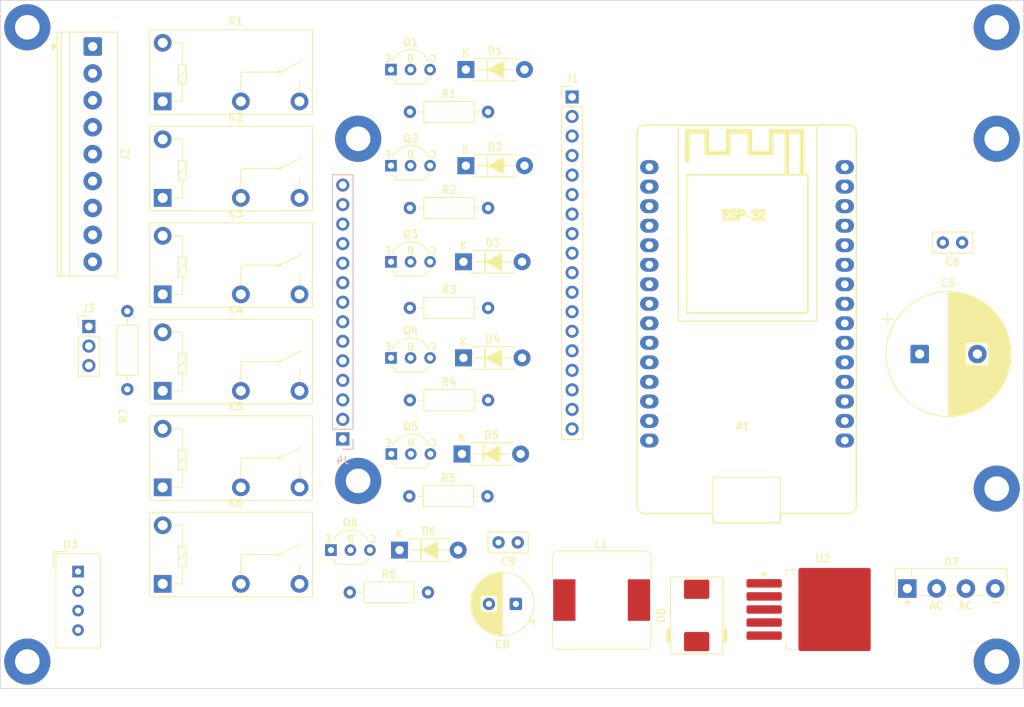
<source format=kicad_pcb>
(kicad_pcb (version 20241229) (generator "pcbnew") (generator_version "9.0")
  (layers (0 "F.Cu" signal) (2 "B.Cu" signal) (13 "F.Paste" user) (15 "B.Paste" user) (5 "F.SilkS" user "F.Silkscreen") (7 "B.SilkS" user "B.Silkscreen") (1 "F.Mask" user) (3 "B.Mask" user) (25 "Edge.Cuts" user))
  (net 0 "")
  (net 2 "CS_15")
  (net 4 "D32")
  (net 5 "GND")
  (net 8 "+5V")
  (net 10 "3.3V")
  (net 13 "SCK_18")
  (net 14 "D13")
  (net 15 "MOSI_23")
  (net 16 "D12")
  (net 20 "T_CS_4")
  (net 21 "DHT11_22")
  (net 22 "D25")
  (net 24 "EN")
  (net 25 "D14")
  (net 26 "D26")
  (net 27 "D27")
  (net 28 "MISO_19")
  (net 30 "Net-(D7-+)")
  (net 31 "Net-(D1-A)")
  (net 32 "Net-(D2-A)")
  (net 33 "Net-(D3-A)")
  (net 34 "Net-(D4-A)")
  (net 35 "Net-(D5-A)")
  (net 36 "Net-(D6-A)")
  (net 37 "VAC-R")
  (net 38 "VAC-C")
  (net 39 "Net-(D8-K)")
  (net 41 "W2")
  (net 42 "W")
  (net 43 "PUMP")
  (net 44 "Y")
  (net 45 "G")
  (net 46 "Y2")
  (net 48 "Net-(Q1-B)")
  (net 49 "Net-(Q2-B)")
  (net 50 "Net-(Q3-B)")
  (net 51 "Net-(Q4-B)")
  (net 52 "Net-(Q5-B)")
  (net 53 "Net-(Q6-B)")
  (net 54 "DC_2")
  (footprint "PCM_SL_Mechanical:MountingHole_3.2mm_Pad" (layer "F.Cu") (at 151 114)
    (property "Reference" "H3" (hide yes))
    (property "Value" "MountingHole_M3_3.2mm_Pad" (hide yes))
    (pad "1" thru_hole circle (at 0 0) (size 6 6) (drill 3.2) (layers "*.Cu" "*.Mask"))
  )
  (footprint "Relay_THT:Relay_SPST_Omron-G5Q-1A" (layer "F.Cu") (at 42.6 41.14)
    (property "Reference" "K1" (at 9.5 -10.5 180) (layer "F.SilkS"))
    (property "Value" "G5Q-1A")
    (pad "1" thru_hole rect (at 0 0 180) (size 2.3 2.3) (drill 1.3) (layers "*.Cu" "*.Mask") (net 31 "Net-(D1-A)"))
    (pad "2" thru_hole circle (at 10.16 0 180) (size 2.3 2.3) (drill 1.3) (layers "*.Cu" "*.Mask") (net 38 "VAC-C"))
    (pad "3" thru_hole circle (at 17.78 0 180) (size 2.3 2.3) (drill 1.3) (layers "*.Cu" "*.Mask") (net 45 "G"))
    (pad "5" thru_hole circle (at 0 -7.62 180) (size 2.3 2.3) (drill 1.3) (layers "*.Cu" "*.Mask") (net 8 "+5V"))
  )
  (footprint "Sensor:Aosong_DHT11_5.5x12.0_P2.54mm" (layer "F.Cu") (at 31.5975 102.2875)
    (property "Reference" "U3" (at -1 -3.5 0) (layer "F.SilkS"))
    (property "Value" "DHT11")
    (pad "1" thru_hole rect (at 0 0) (size 1.5 1.5) (drill 0.8) (layers "*.Cu" "*.Mask") (net 8 "+5V"))
    (pad "2" thru_hole circle (at 0 2.54) (size 1.5 1.5) (drill 0.8) (layers "*.Cu" "*.Mask") (net 21 "DHT11_22"))
    (pad "3" thru_hole circle (at 0 5.08) (size 1.5 1.5) (drill 0.8) (layers "*.Cu" "*.Mask"))
    (pad "4" thru_hole circle (at 0 7.62) (size 1.5 1.5) (drill 0.8) (layers "*.Cu" "*.Mask") (net 5 "GND"))
  )
  (footprint "PCM_Package_TO_SOT_THT_AKL:TO-92_Inline_Wide_EBC" (layer "F.Cu") (at 72.27 62)
    (property "Reference" "Q3" (at 2.54 -3.56 0) (layer "F.SilkS"))
    (property "Value" "2N2222A-TO92" (hide yes))
    (fp_text user "E" (at -0.381 -1.524 180) (layer "F.SilkS") (effects (font (size 0.9 0.9))))
    (fp_text user "C" (at 5.461 -1.524 180) (layer "F.SilkS") (effects (font (size 0.9 0.9))))
    (fp_text user "B" (at 2.54 -1.524 180) (layer "F.SilkS") (effects (font (size 0.9 0.9))))
    (pad "1" thru_hole rect (at 0 0 90) (size 1.5 1.5) (drill 0.8) (layers "*.Cu" "*.Mask") (net 5 "GND"))
    (pad "2" thru_hole circle (at 2.54 0 90) (size 1.5 1.5) (drill 0.8) (layers "*.Cu" "*.Mask") (net 50 "Net-(Q3-B)"))
    (pad "3" thru_hole circle (at 5.08 0 90) (size 1.5 1.5) (drill 0.8) (layers "*.Cu" "*.Mask") (net 33 "Net-(D3-A)"))
  )
  (footprint "Relay_THT:Relay_SPST_Omron-G5Q-1A" (layer "F.Cu") (at 42.6 103.89)
    (property "Reference" "K6" (at 9.5 -10.5 180) (layer "F.SilkS"))
    (property "Value" "G5Q-1A")
    (pad "1" thru_hole rect (at 0 0 180) (size 2.3 2.3) (drill 1.3) (layers "*.Cu" "*.Mask") (net 36 "Net-(D6-A)"))
    (pad "2" thru_hole circle (at 10.16 0 180) (size 2.3 2.3) (drill 1.3) (layers "*.Cu" "*.Mask") (net 38 "VAC-C"))
    (pad "3" thru_hole circle (at 17.78 0 180) (size 2.3 2.3) (drill 1.3) (layers "*.Cu" "*.Mask") (net 43 "PUMP"))
    (pad "5" thru_hole circle (at 0 -7.62 180) (size 2.3 2.3) (drill 1.3) (layers "*.Cu" "*.Mask") (net 8 "+5V"))
  )
  (footprint "TerminalBlock_Phoenix:TerminalBlock_Phoenix_PT-1,5-9-3.5-H_1x09_P3.50mm_Horizontal" (layer "F.Cu") (at 33.5 34 -90)
    (property "Reference" "J2" (at 14 -4.22 90) (layer "F.SilkS"))
    (property "Value" "Screw_Terminal_9_P3.50mm")
    (pad "1" thru_hole roundrect (at 0 0 270) (size 2.4 2.4) (drill 1.2) (layers "*.Cu" "*.Mask") (roundrect_rratio 0.104167) (net 45 "G"))
    (pad "2" thru_hole circle (at 3.5 0 270) (size 2.4 2.4) (drill 1.2) (layers "*.Cu" "*.Mask") (net 42 "W"))
    (pad "3" thru_hole circle (at 7 0 270) (size 2.4 2.4) (drill 1.2) (layers "*.Cu" "*.Mask") (net 44 "Y"))
    (pad "4" thru_hole circle (at 10.5 0 270) (size 2.4 2.4) (drill 1.2) (layers "*.Cu" "*.Mask") (net 41 "W2"))
    (pad "5" thru_hole circle (at 14 0 270) (size 2.4 2.4) (drill 1.2) (layers "*.Cu" "*.Mask") (net 46 "Y2"))
    (pad "6" thru_hole circle (at 17.5 0 270) (size 2.4 2.4) (drill 1.2) (layers "*.Cu" "*.Mask") (net 43 "PUMP"))
    (pad "7" thru_hole circle (at 21 0 270) (size 2.4 2.4) (drill 1.2) (layers "*.Cu" "*.Mask"))
    (pad "8" thru_hole circle (at 24.5 0 270) (size 2.4 2.4) (drill 1.2) (layers "*.Cu" "*.Mask") (net 38 "VAC-C"))
    (pad "9" thru_hole circle (at 28 0 270) (size 2.4 2.4) (drill 1.2) (layers "*.Cu" "*.Mask") (net 37 "VAC-R"))
  )
  (footprint "PCM_SL_Mechanical:MountingHole_3.2mm_Pad" (layer "F.Cu") (at 151 46)
    (property "Reference" "H7" (hide yes))
    (property "Value" "MountingHole_M3_3.2mm_Pad" (hide yes))
    (pad "1" thru_hole circle (at 0 0) (size 6 6) (drill 3.2) (layers "*.Cu" "*.Mask"))
  )
  (footprint "PCM_Diode_THT_AKL:D_DO-41_SOD81_P7.62mm_Horizontal" (layer "F.Cu") (at 81.69 74.5)
    (property "Reference" "D4" (at 3.81 -2.47 0) (layer "F.SilkS"))
    (property "Value" "1N4007" (hide yes))
    (fp_text user "K" (at 0 -2.1 0) (layer "F.SilkS"))
    (pad "1" thru_hole rect (at 0 0) (size 2.2 2.2) (drill 1.1) (layers "*.Cu" "*.Mask") (net 8 "+5V"))
    (pad "2" thru_hole oval (at 7.62 0) (size 2.2 2.2) (drill 1.1) (layers "*.Cu" "*.Mask") (net 34 "Net-(D4-A)"))
  )
  (footprint "PCM_SL_Mechanical:MountingHole_3.2mm_Pad" (layer "F.Cu") (at 151 91.5)
    (property "Reference" "H8" (hide yes))
    (property "Value" "MountingHole_M3_3.2mm_Pad" (hide yes))
    (pad "1" thru_hole circle (at 0 0) (size 6 6) (drill 3.2) (layers "*.Cu" "*.Mask"))
  )
  (footprint "Connector_PinHeader_2.54mm:PinHeader_1x18_P2.54mm_Vertical" (layer "F.Cu") (at 95.81 40.56)
    (property "Reference" "J1" (at 0 -2.38 0) (layer "F.SilkS"))
    (property "Value" "PINHD_1x18_Male")
    (pad "1" thru_hole rect (at 0 0) (size 1.7 1.7) (drill 1) (layers "*.Cu" "*.Mask") (net 22 "D25"))
    (pad "2" thru_hole circle (at 0 2.54) (size 1.7 1.7) (drill 1) (layers "*.Cu" "*.Mask") (net 8 "+5V"))
    (pad "3" thru_hole circle (at 0 5.08) (size 1.7 1.7) (drill 1) (layers "*.Cu" "*.Mask") (net 5 "GND"))
    (pad "4" thru_hole circle (at 0 7.62) (size 1.7 1.7) (drill 1) (layers "*.Cu" "*.Mask") (net 14 "D13"))
    (pad "5" thru_hole circle (at 0 10.16) (size 1.7 1.7) (drill 1) (layers "*.Cu" "*.Mask") (net 8 "+5V"))
    (pad "6" thru_hole circle (at 0 12.7) (size 1.7 1.7) (drill 1) (layers "*.Cu" "*.Mask"))
    (pad "7" thru_hole circle (at 0 15.24) (size 1.7 1.7) (drill 1) (layers "*.Cu" "*.Mask") (net 25 "D14"))
    (pad "8" thru_hole circle (at 0 17.78) (size 1.7 1.7) (drill 1) (layers "*.Cu" "*.Mask") (net 8 "+5V"))
    (pad "9" thru_hole circle (at 0 20.32) (size 1.7 1.7) (drill 1) (layers "*.Cu" "*.Mask") (net 5 "GND"))
    (pad "10" thru_hole circle (at 0 22.86) (size 1.7 1.7) (drill 1) (layers "*.Cu" "*.Mask") (net 16 "D12"))
    (pad "11" thru_hole circle (at 0 25.4) (size 1.7 1.7) (drill 1) (layers "*.Cu" "*.Mask") (net 8 "+5V"))
    (pad "12" thru_hole circle (at 0 27.94) (size 1.7 1.7) (drill 1) (layers "*.Cu" "*.Mask") (net 5 "GND"))
    (pad "13" thru_hole circle (at 0 30.48) (size 1.7 1.7) (drill 1) (layers "*.Cu" "*.Mask") (net 26 "D26"))
    (pad "14" thru_hole circle (at 0 33.02) (size 1.7 1.7) (drill 1) (layers "*.Cu" "*.Mask") (net 8 "+5V"))
    (pad "15" thru_hole circle (at 0 35.56) (size 1.7 1.7) (drill 1) (layers "*.Cu" "*.Mask") (net 5 "GND"))
    (pad "16" thru_hole circle (at 0 38.1) (size 1.7 1.7) (drill 1) (layers "*.Cu" "*.Mask") (net 27 "D27"))
    (pad "17" thru_hole circle (at 0 40.64) (size 1.7 1.7) (drill 1) (layers "*.Cu" "*.Mask") (net 8 "+5V"))
    (pad "18" thru_hole circle (at 0 43.18) (size 1.7 1.7) (drill 1) (layers "*.Cu" "*.Mask") (net 5 "GND"))
  )
  (footprint "PCM_SL_Mechanical:MountingHole_3.2mm_Pad" (layer "F.Cu") (at 25 114)
    (property "Reference" "H2" (hide yes))
    (property "Value" "MountingHole_M3_3.2mm_Pad" (hide yes))
    (pad "1" thru_hole circle (at 0 0) (size 6 6) (drill 3.2) (layers "*.Cu" "*.Mask"))
  )
  (footprint "Capacitor_THT:C_Disc_D5.0mm_W2.5mm_P2.50mm" (layer "F.Cu") (at 146.5 59.5 180)
    (property "Reference" "C6" (at 1.25 -2.5 0) (layer "F.SilkS"))
    (property "Value" "100nF_Ceramic")
    (pad "1" thru_hole circle (at 0 0 180) (size 1.6 1.6) (drill 0.8) (layers "*.Cu" "*.Mask") (net 5 "GND"))
    (pad "2" thru_hole circle (at 2.5 0 180) (size 1.6 1.6) (drill 0.8) (layers "*.Cu" "*.Mask") (net 30 "Net-(D7-+)"))
  )
  (footprint "Resistor_THT:R_Axial_DIN0207_L6.3mm_D2.5mm_P10.16mm_Horizontal" (layer "F.Cu") (at 38 68.42 -90)
    (property "Reference" "R7" (at 13.58 0.5 90) (layer "F.SilkS"))
    (property "Value" "4.7k")
    (pad "1" thru_hole circle (at 0 0 270) (size 1.6 1.6) (drill 0.8) (layers "*.Cu" "*.Mask") (net 27 "D27"))
    (pad "2" thru_hole circle (at 10.16 0 270) (size 1.6 1.6) (drill 0.8) (layers "*.Cu" "*.Mask") (net 10 "3.3V"))
  )
  (footprint "PCM_Package_TO_SOT_THT_AKL:TO-92_Inline_Wide_EBC" (layer "F.Cu") (at 72.27 74.5)
    (property "Reference" "Q4" (at 2.54 -3.56 0) (layer "F.SilkS"))
    (property "Value" "2N2222A-TO92" (hide yes))
    (fp_text user "E" (at -0.381 -1.524 180) (layer "F.SilkS") (effects (font (size 0.9 0.9))))
    (fp_text user "B" (at 2.54 -1.524 180) (layer "F.SilkS") (effects (font (size 0.9 0.9))))
    (fp_text user "C" (at 5.461 -1.524 180) (layer "F.SilkS") (effects (font (size 0.9 0.9))))
    (pad "1" thru_hole rect (at 0 0 90) (size 1.5 1.5) (drill 0.8) (layers "*.Cu" "*.Mask") (net 5 "GND"))
    (pad "2" thru_hole circle (at 2.54 0 90) (size 1.5 1.5) (drill 0.8) (layers "*.Cu" "*.Mask") (net 51 "Net-(Q4-B)"))
    (pad "3" thru_hole circle (at 5.08 0 90) (size 1.5 1.5) (drill 0.8) (layers "*.Cu" "*.Mask") (net 34 "Net-(D4-A)"))
  )
  (footprint "PCM_Diode_THT_AKL:D_DO-41_SOD81_P7.62mm_Horizontal" (layer "F.Cu") (at 81.69 62)
    (property "Reference" "D3" (at 3.81 -2.47 0) (layer "F.SilkS"))
    (property "Value" "1N4007" (hide yes))
    (fp_text user "K" (at 0 -2.1 0) (layer "F.SilkS"))
    (pad "1" thru_hole rect (at 0 0) (size 2.2 2.2) (drill 1.1) (layers "*.Cu" "*.Mask") (net 8 "+5V"))
    (pad "2" thru_hole oval (at 7.62 0) (size 2.2 2.2) (drill 1.1) (layers "*.Cu" "*.Mask") (net 33 "Net-(D3-A)"))
  )
  (footprint "PCM_Diode_THT_AKL:D_DO-41_SOD81_P7.62mm_Horizontal" (layer "F.Cu") (at 82 49.5)
    (property "Reference" "D2" (at 3.81 -2.47 0) (layer "F.SilkS"))
    (property "Value" "1N4007" (hide yes))
    (fp_text user "K" (at 0 -2.1 0) (layer "F.SilkS"))
    (pad "1" thru_hole rect (at 0 0) (size 2.2 2.2) (drill 1.1) (layers "*.Cu" "*.Mask") (net 8 "+5V"))
    (pad "2" thru_hole oval (at 7.62 0) (size 2.2 2.2) (drill 1.1) (layers "*.Cu" "*.Mask") (net 32 "Net-(D2-A)"))
  )
  (footprint "PCM_Package_TO_SOT_THT_AKL:TO-92_Inline_Wide_EBC" (layer "F.Cu") (at 72.31 87)
    (property "Reference" "Q5" (at 2.54 -3.56 0) (layer "F.SilkS"))
    (property "Value" "2N2222A-TO92" (hide yes))
    (fp_text user "C" (at 5.461 -1.524 180) (layer "F.SilkS") (effects (font (size 0.9 0.9))))
    (fp_text user "E" (at -0.381 -1.524 180) (layer "F.SilkS") (effects (font (size 0.9 0.9))))
    (fp_text user "B" (at 2.54 -1.524 180) (layer "F.SilkS") (effects (font (size 0.9 0.9))))
    (pad "1" thru_hole rect (at 0 0 90) (size 1.5 1.5) (drill 0.8) (layers "*.Cu" "*.Mask") (net 5 "GND"))
    (pad "2" thru_hole circle (at 2.54 0 90) (size 1.5 1.5) (drill 0.8) (layers "*.Cu" "*.Mask") (net 52 "Net-(Q5-B)"))
    (pad "3" thru_hole circle (at 5.08 0 90) (size 1.5 1.5) (drill 0.8) (layers "*.Cu" "*.Mask") (net 35 "Net-(D5-A)"))
  )
  (footprint "Relay_THT:Relay_SPST_Omron-G5Q-1A" (layer "F.Cu") (at 42.6 91.34)
    (property "Reference" "K5" (at 9.5 -10.5 180) (layer "F.SilkS"))
    (property "Value" "G5Q-1A")
    (pad "1" thru_hole rect (at 0 0 180) (size 2.3 2.3) (drill 1.3) (layers "*.Cu" "*.Mask") (net 35 "Net-(D5-A)"))
    (pad "2" thru_hole circle (at 10.16 0 180) (size 2.3 2.3) (drill 1.3) (layers "*.Cu" "*.Mask") (net 38 "VAC-C"))
    (pad "3" thru_hole circle (at 17.78 0 180) (size 2.3 2.3) (drill 1.3) (layers "*.Cu" "*.Mask") (net 46 "Y2"))
    (pad "5" thru_hole circle (at 0 -7.62 180) (size 2.3 2.3) (drill 1.3) (layers "*.Cu" "*.Mask") (net 8 "+5V"))
  )
  (footprint "PCM_SL_Mechanical:MountingHole_3.2mm_Pad" (layer "F.Cu") (at 68 46)
    (property "Reference" "H5" (hide yes))
    (property "Value" "MountingHole_M3_3.2mm_Pad" (hide yes))
    (pad "1" thru_hole circle (at 0 0) (size 6 6) (drill 3.2) (layers "*.Cu" "*.Mask"))
  )
  (footprint "Resistor_THT:R_Axial_DIN0207_L6.3mm_D2.5mm_P10.16mm_Horizontal" (layer "F.Cu") (at 74.73 42.5)
    (property "Reference" "R1" (at 5.08 -2.37 0) (layer "F.SilkS"))
    (property "Value" "4.7k")
    (pad "1" thru_hole circle (at 0 0) (size 1.6 1.6) (drill 0.8) (layers "*.Cu" "*.Mask") (net 48 "Net-(Q1-B)"))
    (pad "2" thru_hole circle (at 10.16 0) (size 1.6 1.6) (drill 0.8) (layers "*.Cu" "*.Mask") (net 22 "D25"))
  )
  (footprint "PCM_SL_Development_Boards:DOIT_ESP32_DEVKIT_30Pins" (layer "F.Cu") (at 131.250571 85.245 180)
    (property "Reference" "A1" (at 13.253071 1.86 0) (layer "F.SilkS"))
    (property "Value" "ESP32_DevKit_V1_DOIT_30GPIOs")
    (pad "1" thru_hole oval (at 0 0 90) (size 1.8 2.4) (drill 1) (layers "*.Cu" "*.Mask") (net 10 "3.3V"))
    (pad "2" thru_hole oval (at 0 2.54 90) (size 1.8 2.4) (drill 1) (layers "*.Cu" "*.Mask") (net 5 "GND"))
    (pad "3" thru_hole oval (at 0 5.08 90) (size 1.8 2.4) (drill 1) (layers "*.Cu" "*.Mask") (net 2 "CS_15"))
    (pad "4" thru_hole oval (at 0 7.62 90) (size 1.8 2.4) (drill 1) (layers "*.Cu" "*.Mask"))
    (pad "5" thru_hole oval (at 0 10.16 90) (size 1.8 2.4) (drill 1) (layers "*.Cu" "*.Mask") (net 20 "T_CS_4"))
    (pad "6" thru_hole oval (at 0 12.7 90) (size 1.8 2.4) (drill 1) (layers "*.Cu" "*.Mask"))
    (pad "7" thru_hole oval (at 0 15.24 90) (size 1.8 2.4) (drill 1) (layers "*.Cu" "*.Mask"))
    (pad "8" thru_hole oval (at 0 17.78 90) (size 1.8 2.4) (drill 1) (layers "*.Cu" "*.Mask"))
    (pad "9" thru_hole oval (at 0 20.32 90) (size 1.8 2.4) (drill 1) (layers "*.Cu" "*.Mask") (net 13 "SCK_18"))
    (pad "10" thru_hole oval (at 0 22.86 90) (size 1.8 2.4) (drill 1) (layers "*.Cu" "*.Mask") (net 28 "MISO_19"))
    (pad "11" thru_hole oval (at 0 25.4 90) (size 1.8 2.4) (drill 1) (layers "*.Cu" "*.Mask"))
    (pad "12" thru_hole oval (at 0 27.94 90) (size 1.8 2.4) (drill 1) (layers "*.Cu" "*.Mask"))
    (pad "13" thru_hole oval (at 0 30.48 90) (size 1.8 2.4) (drill 1) (layers "*.Cu" "*.Mask"))
    (pad "14" thru_hole oval (at 0 33.02 90) (size 1.8 2.4) (drill 1) (layers "*.Cu" "*.Mask") (net 21 "DHT11_22"))
    (pad "15" thru_hole oval (at 0 35.56 90) (size 1.8 2.4) (drill 1) (layers "*.Cu" "*.Mask") (net 15 "MOSI_23"))
    (pad "16" thru_hole oval (at 25.4 35.56 90) (size 1.8 2.4) (drill 1) (layers "*.Cu" "*.Mask") (net 24 "EN"))
    (pad "17" thru_hole oval (at 25.4 33.02 90) (size 1.8 2.4) (drill 1) (layers "*.Cu" "*.Mask"))
    (pad "18" thru_hole oval (at 25.4 30.48 90) (size 1.8 2.4) (drill 1) (layers "*.Cu" "*.Mask"))
    (pad "19" thru_hole oval (at 25.4 27.94 90) (size 1.8 2.4) (drill 1) (layers "*.Cu" "*.Mask"))
    (pad "20" thru_hole oval (at 25.4 25.4 90) (size 1.8 2.4) (drill 1) (layers "*.Cu" "*.Mask"))
    (pad "21" thru_hole oval (at 25.4 22.86 90) (size 1.8 2.4) (drill 1) (layers "*.Cu" "*.Mask"))
    (pad "22" thru_hole oval (at 25.4 20.32 90) (size 1.8 2.4) (drill 1) (layers "*.Cu" "*.Mask") (net 4 "D32"))
    (pad "23" thru_hole oval (at 25.4 17.78 90) (size 1.8 2.4) (drill 1) (layers "*.Cu" "*.Mask") (net 22 "D25"))
    (pad "24" thru_hole oval (at 25.4 15.24 90) (size 1.8 2.4) (drill 1) (layers "*.Cu" "*.Mask") (net 26 "D26"))
    (pad "25" thru_hole oval (at 25.4 12.7 90) (size 1.8 2.4) (drill 1) (layers "*.Cu" "*.Mask") (net 27 "D27"))
    (pad "26" thru_hole oval (at 25.4 10.16 90) (size 1.8 2.4) (drill 1) (layers "*.Cu" "*.Mask") (net 25 "D14"))
    (pad "27" thru_hole oval (at 25.4 7.62 90) (size 1.8 2.4) (drill 1) (layers "*.Cu" "*.Mask") (net 16 "D12"))
    (pad "28" thru_hole oval (at 25.4 5.08 90) (size 1.8 2.4) (drill 1) (layers "*.Cu" "*.Mask") (net 14 "D13"))
    (pad "29" thru_hole oval (at 25.4 2.54 90) (size 1.8 2.4) (drill 1) (layers "*.Cu" "*.Mask") (net 5 "GND"))
    (pad "30" thru_hole oval (at 25.4 0 90) (size 1.8 2.4) (drill 1) (layers "*.Cu" "*.Mask") (net 8 "+5V"))
  )
  (footprint "PCM_Diode_THT_AKL:D_DO-41_SOD81_P7.62mm_Horizontal" (layer "F.Cu") (at 81.5 87)
    (property "Reference" "D5" (at 3.81 -2.47 0) (layer "F.SilkS"))
    (property "Value" "1N4007" (hide yes))
    (fp_text user "K" (at 0 -2.1 0) (layer "F.SilkS"))
    (pad "1" thru_hole rect (at 0 0) (size 2.2 2.2) (drill 1.1) (layers "*.Cu" "*.Mask") (net 8 "+5V"))
    (pad "2" thru_hole oval (at 7.62 0) (size 2.2 2.2) (drill 1.1) (layers "*.Cu" "*.Mask") (net 35 "Net-(D5-A)"))
  )
  (footprint "Relay_THT:Relay_SPST_Omron-G5Q-1A" (layer "F.Cu") (at 42.6 53.69)
    (property "Reference" "K2" (at 9.5 -10.5 180) (layer "F.SilkS"))
    (property "Value" "G5Q-1A")
    (pad "1" thru_hole rect (at 0 0 180) (size 2.3 2.3) (drill 1.3) (layers "*.Cu" "*.Mask") (net 32 "Net-(D2-A)"))
    (pad "2" thru_hole circle (at 10.16 0 180) (size 2.3 2.3) (drill 1.3) (layers "*.Cu" "*.Mask") (net 38 "VAC-C"))
    (pad "3" thru_hole circle (at 17.78 0 180) (size 2.3 2.3) (drill 1.3) (layers "*.Cu" "*.Mask") (net 42 "W"))
    (pad "5" thru_hole circle (at 0 -7.62 180) (size 2.3 2.3) (drill 1.3) (layers "*.Cu" "*.Mask") (net 8 "+5V"))
  )
  (footprint "Resistor_THT:R_Axial_DIN0207_L6.3mm_D2.5mm_P10.16mm_Horizontal" (layer "F.Cu") (at 66.92 105)
    (property "Reference" "R6" (at 5.08 -2.37 0) (layer "F.SilkS"))
    (property "Value" "Resistor")
    (pad "1" thru_hole circle (at 0 0) (size 1.6 1.6) (drill 0.8) (layers "*.Cu" "*.Mask") (net 53 "Net-(Q6-B)"))
    (pad "2" thru_hole circle (at 10.16 0) (size 1.6 1.6) (drill 0.8) (layers "*.Cu" "*.Mask") (net 4 "D32"))
  )
  (footprint "PCM_SL_Mechanical:MountingHole_3.2mm_Pad" (layer "F.Cu") (at 25 31.5)
    (property "Reference" "H1" (hide yes))
    (property "Value" "MountingHole_M3_3.2mm_Pad" (hide yes))
    (pad "1" thru_hole circle (at 0 0) (size 6 6) (drill 3.2) (layers "*.Cu" "*.Mask"))
  )
  (footprint "Resistor_THT:R_Axial_DIN0207_L6.3mm_D2.5mm_P10.16mm_Horizontal" (layer "F.Cu") (at 74.65 92.5)
    (property "Reference" "R5" (at 5.08 -2.37 0) (layer "F.SilkS"))
    (property "Value" "4.7k")
    (pad "1" thru_hole circle (at 0 0) (size 1.6 1.6) (drill 0.8) (layers "*.Cu" "*.Mask") (net 52 "Net-(Q5-B)"))
    (pad "2" thru_hole circle (at 10.16 0) (size 1.6 1.6) (drill 0.8) (layers "*.Cu" "*.Mask") (net 26 "D26"))
  )
  (footprint "Resistor_THT:R_Axial_DIN0207_L6.3mm_D2.5mm_P10.16mm_Horizontal" (layer "F.Cu") (at 74.73 68)
    (property "Reference" "R3" (at 5.08 -2.37 0) (layer "F.SilkS"))
    (property "Value" "4.7k")
    (pad "1" thru_hole circle (at 0 0) (size 1.6 1.6) (drill 0.8) (layers "*.Cu" "*.Mask") (net 50 "Net-(Q3-B)"))
    (pad "2" thru_hole circle (at 10.16 0) (size 1.6 1.6) (drill 0.8) (layers "*.Cu" "*.Mask") (net 25 "D14"))
  )
  (footprint "Capacitor_THT:CP_Radial_D8.0mm_P3.50mm" (layer "F.Cu") (at 88.5 106.5 180)
    (property "Reference" "C8" (at 1.75 -5.25 0) (layer "F.SilkS"))
    (property "Value" "470uF_10V")
    (pad "1" thru_hole roundrect (at 0 0 180) (size 1.6 1.6) (drill 0.8) (layers "*.Cu" "*.Mask") (roundrect_rratio 0.15625) (net 8 "+5V"))
    (pad "2" thru_hole circle (at 3.5 0 180) (size 1.6 1.6) (drill 0.8) (layers "*.Cu" "*.Mask") (net 5 "GND"))
  )
  (footprint "PCM_Diode_THT_AKL:Diode_Bridge_KBP" (layer "F.Cu") (at 139.38 104.5)
    (property "Reference" "D7" (at 5.745 -3.45 0) (layer "F.SilkS"))
    (property "Value" "KBP210G" (hide yes))
    (fp_text user "+" (at 0 1.736 0) (layer "F.SilkS"))
    (fp_text user "-" (at 11.43 1.736 0) (layer "F.SilkS"))
    (fp_text user "AC" (at 7.6 2.2 0) (layer "F.SilkS"))
    (fp_text user "AC" (at 3.8 2.2 0) (layer "F.SilkS"))
    (pad "1" thru_hole rect (at 0 0 180) (size 2.4 2.4) (drill 1.2) (layers "*.Cu" "*.Mask") (net 30 "Net-(D7-+)"))
    (pad "2" thru_hole circle (at 3.81 0 180) (size 2.4 2.4) (drill 1.2) (layers "*.Cu" "*.Mask") (net 37 "VAC-R"))
    (pad "3" thru_hole circle (at 7.62 0 180) (size 2.4 2.4) (drill 1.2) (layers "*.Cu" "*.Mask") (net 38 "VAC-C"))
    (pad "4" thru_hole circle (at 11.43 0 180) (size 2.4 2.4) (drill 1.2) (layers "*.Cu" "*.Mask") (net 5 "GND"))
  )
  (footprint "Package_TO_SOT_SMD:TO-263-5_TabPin3" (layer "F.Cu") (at 128.425 107.225)
    (property "Reference" "U2" (at 0 -6.65 0) (layer "F.SilkS"))
    (property "Value" "LM2596S-5")
    (pad "1" smd roundrect (at -7.65 -3.4) (size 4.6 1.1) (layers "F.Cu" "F.Mask" "F.Paste") (roundrect_rratio 0.227273) (net 30 "Net-(D7-+)"))
    (pad "2" smd roundrect (at -7.65 -1.7) (size 4.6 1.1) (layers "F.Cu" "F.Mask" "F.Paste") (roundrect_rratio 0.227273) (net 39 "Net-(D8-K)"))
    (pad "3" smd roundrect (at -7.65 0) (size 4.6 1.1) (layers "F.Cu" "F.Mask" "F.Paste") (roundrect_rratio 0.227273) (net 5 "GND"))
    (pad "3" smd roundrect (at 1.5 0) (size 9.4 10.8) (layers "F.Cu" "F.Mask") (roundrect_rratio 0.026596) (net 5 "GND"))
    (pad "4" smd roundrect (at -7.65 1.7) (size 4.6 1.1) (layers "F.Cu" "F.Mask" "F.Paste") (roundrect_rratio 0.227273) (net 8 "+5V"))
    (pad "5" smd roundrect (at -7.65 3.4) (size 4.6 1.1) (layers "F.Cu" "F.Mask" "F.Paste") (roundrect_rratio 0.227273) (net 5 "GND"))
  )
  (footprint "PCM_Package_TO_SOT_THT_AKL:TO-92_Inline_Wide_EBC" (layer "F.Cu") (at 72.27 37)
    (property "Reference" "Q1" (at 2.54 -3.56 0) (layer "F.SilkS"))
    (property "Value" "2N2222A-TO92" (hide yes))
    (fp_text user "C" (at 5.461 -1.524 180) (layer "F.SilkS") (effects (font (size 0.9 0.9))))
    (fp_text user "B" (at 2.54 -1.524 180) (layer "F.SilkS") (effects (font (size 0.9 0.9))))
    (fp_text user "E" (at -0.381 -1.524 180) (layer "F.SilkS") (effects (font (size 0.9 0.9))))
    (pad "1" thru_hole rect (at 0 0 90) (size 1.5 1.5) (drill 0.8) (layers "*.Cu" "*.Mask") (net 5 "GND"))
    (pad "2" thru_hole circle (at 2.54 0 90) (size 1.5 1.5) (drill 0.8) (layers "*.Cu" "*.Mask") (net 48 "Net-(Q1-B)"))
    (pad "3" thru_hole circle (at 5.08 0 90) (size 1.5 1.5) (drill 0.8) (layers "*.Cu" "*.Mask") (net 31 "Net-(D1-A)"))
  )
  (footprint "PCM_Diode_THT_AKL:D_DO-41_SOD81_P7.62mm_Horizontal" (layer "F.Cu") (at 82 37)
    (property "Reference" "D1" (at 3.81 -2.47 0) (layer "F.SilkS"))
    (property "Value" "1N4007" (hide yes))
    (fp_text user "K" (at 0 -2.1 0) (layer "F.SilkS"))
    (pad "1" thru_hole rect (at 0 0) (size 2.2 2.2) (drill 1.1) (layers "*.Cu" "*.Mask") (net 8 "+5V"))
    (pad "2" thru_hole oval (at 7.62 0) (size 2.2 2.2) (drill 1.1) (layers "*.Cu" "*.Mask") (net 31 "Net-(D1-A)"))
  )
  (footprint "PCM_Package_TO_SOT_THT_AKL:TO-92_Inline_Wide_EBC" (layer "F.Cu") (at 64.46 99.5)
    (property "Reference" "Q6" (at 2.54 -3.56 0) (layer "F.SilkS"))
    (property "Value" "2N2222A-TO92" (hide yes))
    (fp_text user "C" (at 5.461 -1.524 180) (layer "F.SilkS") (effects (font (size 0.9 0.9))))
    (fp_text user "E" (at -0.381 -1.524 180) (layer "F.SilkS") (effects (font (size 0.9 0.9))))
    (fp_text user "B" (at 2.54 -1.524 180) (layer "F.SilkS") (effects (font (size 0.9 0.9))))
    (pad "1" thru_hole rect (at 0 0 90) (size 1.5 1.5) (drill 0.8) (layers "*.Cu" "*.Mask") (net 5 "GND"))
    (pad "2" thru_hole circle (at 2.54 0 90) (size 1.5 1.5) (drill 0.8) (layers "*.Cu" "*.Mask") (net 53 "Net-(Q6-B)"))
    (pad "3" thru_hole circle (at 5.08 0 90) (size 1.5 1.5) (drill 0.8) (layers "*.Cu" "*.Mask") (net 36 "Net-(D6-A)"))
  )
  (footprint "Connector_PinHeader_2.54mm:PinHeader_1x03_P2.54mm_Vertical" (layer "F.Cu") (at 33 70.42)
    (property "Reference" "J3" (at 0 -2.38 0) (layer "F.SilkS"))
    (property "Value" "DS18B20")
    (pad "1" thru_hole rect (at 0 0) (size 1.7 1.7) (drill 1) (layers "*.Cu" "*.Mask") (net 27 "D27"))
    (pad "2" thru_hole circle (at 0 2.54) (size 1.7 1.7) (drill 1) (layers "*.Cu" "*.Mask") (net 10 "3.3V"))
    (pad "3" thru_hole circle (at 0 5.08) (size 1.7 1.7) (drill 1) (layers "*.Cu" "*.Mask") (net 5 "GND"))
  )
  (footprint "PCM_Diode_THT_AKL:D_DO-41_SOD81_P7.62mm_Horizontal" (layer "F.Cu") (at 73.38 99.5)
    (property "Reference" "D6" (at 3.81 -2.47 0) (layer "F.SilkS"))
    (property "Value" "1N4007" (hide yes))
    (fp_text user "K" (at 0 -2.1 0) (layer "F.SilkS"))
    (pad "1" thru_hole rect (at 0 0) (size 2.2 2.2) (drill 1.1) (layers "*.Cu" "*.Mask") (net 8 "+5V"))
    (pad "2" thru_hole oval (at 7.62 0) (size 2.2 2.2) (drill 1.1) (layers "*.Cu" "*.Mask") (net 36 "Net-(D6-A)"))
  )
  (footprint "Resistor_THT:R_Axial_DIN0207_L6.3mm_D2.5mm_P10.16mm_Horizontal" (layer "F.Cu") (at 74.73 55)
    (property "Reference" "R2" (at 5.08 -2.37 0) (layer "F.SilkS"))
    (property "Value" "4.7k")
    (pad "1" thru_hole circle (at 0 0) (size 1.6 1.6) (drill 0.8) (layers "*.Cu" "*.Mask") (net 49 "Net-(Q2-B)"))
    (pad "2" thru_hole circle (at 10.16 0) (size 1.6 1.6) (drill 0.8) (layers "*.Cu" "*.Mask") (net 14 "D13"))
  )
  (footprint "PCM_SL_Mechanical:MountingHole_3.2mm_Pad" (layer "F.Cu") (at 68 90.5)
    (property "Reference" "H6" (hide yes))
    (property "Value" "MountingHole_M3_3.2mm_Pad" (hide yes))
    (pad "1" thru_hole circle (at 0 0) (size 6 6) (drill 3.2) (layers "*.Cu" "*.Mask"))
  )
  (footprint "Relay_THT:Relay_SPST_Omron-G5Q-1A" (layer "F.Cu") (at 42.6 78.79)
    (property "Reference" "K4" (at 9.5 -10.5 180) (layer "F.SilkS"))
    (property "Value" "G5Q-1A")
    (pad "1" thru_hole rect (at 0 0 180) (size 2.3 2.3) (drill 1.3) (layers "*.Cu" "*.Mask") (net 34 "Net-(D4-A)"))
    (pad "2" thru_hole circle (at 10.16 0 180) (size 2.3 2.3) (drill 1.3) (layers "*.Cu" "*.Mask") (net 38 "VAC-C"))
    (pad "3" thru_hole circle (at 17.78 0 180) (size 2.3 2.3) (drill 1.3) (layers "*.Cu" "*.Mask") (net 41 "W2"))
    (pad "5" thru_hole circle (at 0 -7.62 180) (size 2.3 2.3) (drill 1.3) (layers "*.Cu" "*.Mask") (net 8 "+5V"))
  )
  (footprint "Relay_THT:Relay_SPST_Omron-G5Q-1A" (layer "F.Cu") (at 42.6 66.24)
    (property "Reference" "K3" (at 9.5 -10.5 180) (layer "F.SilkS"))
    (property "Value" "G5Q-1A")
    (pad "1" thru_hole rect (at 0 0 180) (size 2.3 2.3) (drill 1.3) (layers "*.Cu" "*.Mask") (net 33 "Net-(D3-A)"))
    (pad "2" thru_hole circle (at 10.16 0 180) (size 2.3 2.3) (drill 1.3) (layers "*.Cu" "*.Mask") (net 38 "VAC-C"))
    (pad "3" thru_hole circle (at 17.78 0 180) (size 2.3 2.3) (drill 1.3) (layers "*.Cu" "*.Mask") (net 44 "Y"))
    (pad "5" thru_hole circle (at 0 -7.62 180) (size 2.3 2.3) (drill 1.3) (layers "*.Cu" "*.Mask") (net 8 "+5V"))
  )
  (footprint "Capacitor_THT:C_Disc_D5.0mm_W2.5mm_P2.50mm" (layer "F.Cu") (at 88.75 98.5 180)
    (property "Reference" "C9" (at 1.25 -2.5 0) (layer "F.SilkS"))
    (property "Value" "100nF_Ceramic")
    (pad "1" thru_hole circle (at 0 0 180) (size 1.6 1.6) (drill 0.8) (layers "*.Cu" "*.Mask") (net 8 "+5V"))
    (pad "2" thru_hole circle (at 2.5 0 180) (size 1.6 1.6) (drill 0.8) (layers "*.Cu" "*.Mask") (net 5 "GND"))
  )
  (footprint "PCM_Package_TO_SOT_THT_AKL:TO-92_Inline_Wide_EBC" (layer "F.Cu") (at 72.27 49.5)
    (property "Reference" "Q2" (at 2.54 -3.56 0) (layer "F.SilkS"))
    (property "Value" "2N2222A-TO92" (hide yes))
    (fp_text user "C" (at 5.461 -1.524 180) (layer "F.SilkS") (effects (font (size 0.9 0.9))))
    (fp_text user "B" (at 2.54 -1.524 180) (layer "F.SilkS") (effects (font (size 0.9 0.9))))
    (fp_text user "E" (at -0.381 -1.524 180) (layer "F.SilkS") (effects (font (size 0.9 0.9))))
    (pad "1" thru_hole rect (at 0 0 90) (size 1.5 1.5) (drill 0.8) (layers "*.Cu" "*.Mask") (net 5 "GND"))
    (pad "2" thru_hole circle (at 2.54 0 90) (size 1.5 1.5) (drill 0.8) (layers "*.Cu" "*.Mask") (net 49 "Net-(Q2-B)"))
    (pad "3" thru_hole circle (at 5.08 0 90) (size 1.5 1.5) (drill 0.8) (layers "*.Cu" "*.Mask") (net 32 "Net-(D2-A)"))
  )
  (footprint "PCM_Diode_SMD_AKL:D_SMC" (layer "F.Cu") (at 112 108 90)
    (property "Reference" "D8" (at 0 -4.6 90) (layer "F.SilkS"))
    (property "Value" "SS34" (hide yes))
    (pad "1" smd roundrect (at -3.4 0 180) (size 3.3 2.5) (layers "F.Cu" "F.Mask" "F.Paste") (roundrect_rratio 0.1) (net 39 "Net-(D8-K)"))
    (pad "2" smd roundrect (at 3.4 0 180) (size 3.3 2.5) (layers "F.Cu" "F.Mask" "F.Paste") (roundrect_rratio 0.1) (net 5 "GND"))
  )
  (footprint "PCM_SL_Mechanical:MountingHole_3.2mm_Pad" (layer "F.Cu") (at 151 31.5)
    (property "Reference" "H4" (hide yes))
    (property "Value" "MountingHole_M3_3.2mm_Pad" (hide yes))
    (pad "1" thru_hole circle (at 0 0) (size 6 6) (drill 3.2) (layers "*.Cu" "*.Mask"))
  )
  (footprint "Resistor_THT:R_Axial_DIN0207_L6.3mm_D2.5mm_P10.16mm_Horizontal" (layer "F.Cu") (at 74.73 80)
    (property "Reference" "R4" (at 5.08 -2.37 0) (layer "F.SilkS"))
    (property "Value" "4.7k")
    (pad "1" thru_hole circle (at 0 0) (size 1.6 1.6) (drill 0.8) (layers "*.Cu" "*.Mask") (net 51 "Net-(Q4-B)"))
    (pad "2" thru_hole circle (at 10.16 0) (size 1.6 1.6) (drill 0.8) (layers "*.Cu" "*.Mask") (net 16 "D12"))
  )
  (footprint "Inductor_SMD:L_Bourns_SRR1260" (layer "F.Cu") (at 99.65 106)
    (property "Reference" "L1" (at 0 -7.25 0) (layer "F.SilkS"))
    (property "Value" "12uH_5.2A_1260")
    (pad "1" smd rect (at -4.85 0) (size 2.9 5.4) (layers "F.Cu" "F.Mask" "F.Paste") (net 8 "+5V"))
    (pad "2" smd rect (at 4.85 0) (size 2.9 5.4) (layers "F.Cu" "F.Mask" "F.Paste") (net 39 "Net-(D8-K)"))
  )
  (footprint "Capacitor_THT:CP_Radial_D16.0mm_P7.50mm" (layer "F.Cu") (at 140.987246 74)
    (property "Reference" "C5" (at 3.75 -9.25 0) (layer "F.SilkS"))
    (property "Value" "1000uF_50V")
    (pad "1" thru_hole roundrect (at 0 0) (size 2.4 2.4) (drill 1.2) (layers "*.Cu" "*.Mask") (roundrect_rratio 0.104167) (net 30 "Net-(D7-+)"))
    (pad "2" thru_hole circle (at 7.5 0) (size 2.4 2.4) (drill 1.2) (layers "*.Cu" "*.Mask") (net 5 "GND"))
  )
  (footprint "Connector_PinSocket_2.54mm:PinSocket_1x14_P2.54mm_Vertical" (layer "B.Cu") (at 66 85.04)
    (property "Reference" "J4" (at 0 2.77 0) (layer "B.SilkS") (effects (justify mirror)))
    (property "Value" "3.2 lcd tft")
    (pad "1" thru_hole rect (at 0 0) (size 1.7 1.7) (drill 1) (layers "*.Cu" "*.Mask") (net 8 "+5V"))
    (pad "2" thru_hole circle (at 0 -2.54) (size 1.7 1.7) (drill 1) (layers "*.Cu" "*.Mask") (net 5 "GND"))
    (pad "3" thru_hole circle (at 0 -5.08) (size 1.7 1.7) (drill 1) (layers "*.Cu" "*.Mask") (net 2 "CS_15"))
    (pad "4" thru_hole circle (at 0 -7.62) (size 1.7 1.7) (drill 1) (layers "*.Cu" "*.Mask") (net 24 "EN"))
    (pad "5" thru_hole circle (at 0 -10.16) (size 1.7 1.7) (drill 1) (layers "*.Cu" "*.Mask") (net 54 "DC_2"))
    (pad "6" thru_hole circle (at 0 -12.7) (size 1.7 1.7) (drill 1) (layers "*.Cu" "*.Mask") (net 15 "MOSI_23"))
    (pad "7" thru_hole circle (at 0 -15.24) (size 1.7 1.7) (drill 1) (layers "*.Cu" "*.Mask") (net 13 "SCK_18"))
    (pad "8" thru_hole circle (at 0 -17.78) (size 1.7 1.7) (drill 1) (layers "*.Cu" "*.Mask") (net 8 "+5V"))
    (pad "9" thru_hole circle (at 0 -20.32) (size 1.7 1.7) (drill 1) (layers "*.Cu" "*.Mask") (net 28 "MISO_19"))
    (pad "10" thru_hole circle (at 0 -22.86) (size 1.7 1.7) (drill 1) (layers "*.Cu" "*.Mask") (net 13 "SCK_18"))
    (pad "11" thru_hole circle (at 0 -25.4) (size 1.7 1.7) (drill 1) (layers "*.Cu" "*.Mask") (net 20 "T_CS_4"))
    (pad "12" thru_hole circle (at 0 -27.94) (size 1.7 1.7) (drill 1) (layers "*.Cu" "*.Mask") (net 15 "MOSI_23"))
    (pad "13" thru_hole circle (at 0 -30.48) (size 1.7 1.7) (drill 1) (layers "*.Cu" "*.Mask") (net 28 "MISO_19"))
    (pad "14" thru_hole circle (at 0 -33.02) (size 1.7 1.7) (drill 1) (layers "*.Cu" "*.Mask"))
  )
  (gr_circle (center 25.5 113.918861) (end 24 113.418861) (stroke (width 0.1)) (fill no) (layer "F.Cu"))
  (gr_circle (center 151 31.918861) (end 149.5 31.418861) (stroke (width 0.1)) (fill no) (layer "F.Cu"))
  (gr_circle (center 151.5 113.918861) (end 150 113.418861) (stroke (width 0.1)) (fill no) (layer "F.Cu"))
  (gr_circle (center 67 90.918861) (end 65.5 90.418861) (stroke (width 0.1)) (fill no) (layer "F.Cu"))
  (gr_circle (center 67.5 45.418861) (end 66 44.918861) (stroke (width 0.1)) (fill no) (layer "F.Cu"))
  (gr_circle (center 24.918861 31.5) (end 23.418861 31) (stroke (width 0.1)) (fill no) (layer "F.Cu"))
  (gr_rect (start 21.5 28) (end 154.5 117.5) (stroke (width 0.1)) (fill no) (layer "Edge.Cuts"))
)
</source>
